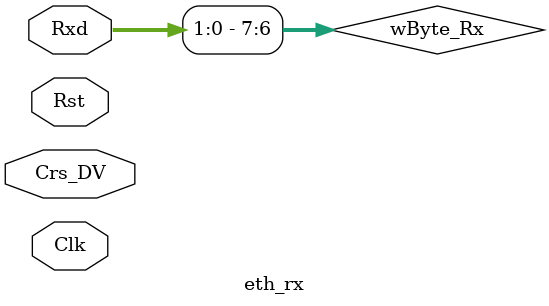
<source format=v>

module eth_rx (
  input wire        Clk,
  input wire        Rst,
  input wire [1:0]  Rxd,
  input wire        Crs_DV
);

  //==========================================
  // Constants
  //==========================================

  // number of parallel data lines to PHY
  localparam pMII_WIDTH = 2;

  //==========================================
  // Wires/Registers
  //==========================================

  // eth_rx_ctrl
  reg             rRx_En;

  // byte formation
  wire            wByte_Rdy;
  wire [7:0]      wByte_Rx;
  reg  [7:0]      rByte_Rx;
  reg  [1:0]      rBit_Cnt;

  // formed bytes
  reg             rByte_Rdy;
  reg             rByte_Rdy_d1;
  reg  [7:0]      rByte;
  reg  [7:0]      rByte_d1;

  // crc
  wire            wCrc_En;
  wire [31:0]     wCrc;
  reg             rCrc_En;
  reg  [31:0]     rCrc_Recv;

  //==========================================
  // eth_rx_ctrl
  //==========================================
  eth_rx_ctrl eth_rx_ctrl_inst (
    .Clk            (Clk),
    .Rst            (Rst),
    .Rxd            (Rxd),
    .Byte_Rdy       (rByte_Rdy),
    .Byte           (rByte),
    .Crc_Recv       (rCrc_Recv),
    .Rx_En          (rRx_En),
    .Crc_En         (rCrc_En)
  );

  //==========================================
  // byte_rx
  //==========================================
  // big-endian BYTE order, BITS enter with LSB first

  // form bytes when past PREAMBLE
  assign wByte_Rx = {Rxd, rByte_Rx[5:0]};
  always @(posedge Clk)
  begin
    if (rRx_En)
      rByte_Rx <= wByte_Rx >> pMII_WIDTH;
  end

  // indicate when formed byte is valid
  assign wByte_Rdy = rBit_Cnt[1] & rBit_Cnt[0];
  always @(posedge Clk)
  begin
    if (rRx_En)
      rBit_Cnt <= rBit_Cnt + 1;
    else
      rBit_Cnt <= 0;
  end

  // rx output register
  always @(posedge Clk)
  begin
    rByte_Rdy <= wByte_Rdy;
    if (wByte_Rdy & rRx_En)
      rByte <= wByte_Rx;
  end

  //==========================================
  // crc
  //==========================================

  // pipeline data for crc
  always @(posedge Clk)
  begin
    rByte_Rdy_d1 <= rByte_Rdy;
    rByte_d1 <= rByte;
  end

  assign wCrc_En = rByte_Rdy_d1 & rCrc_En; // only update when a byte is ready
  eth_crc_gen2 eth_crc_gen2_inst (
    .Clk      (Clk),
    .Rst      (Rst),
    .Crc_En   (wCrc_En),
    .Data     (rByte_d1),
    .Crc_Out  (wCrc)
  );

  always @(posedge Clk)
  begin
    if (wCrc_En) begin
      rCrc_Recv <= wCrc;
    end
  end

endmodule

</source>
